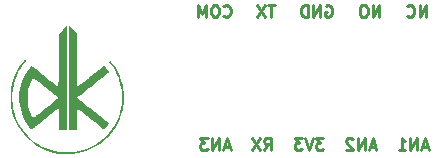
<source format=gbr>
%TF.GenerationSoftware,KiCad,Pcbnew,8.99.0-1891-ge2bd76bdce*%
%TF.CreationDate,2024-11-18T13:52:10+02:00*%
%TF.ProjectId,mini_board_relay_analog,6d696e69-5f62-46f6-9172-645f72656c61,rev?*%
%TF.SameCoordinates,Original*%
%TF.FileFunction,Legend,Bot*%
%TF.FilePolarity,Positive*%
%FSLAX46Y46*%
G04 Gerber Fmt 4.6, Leading zero omitted, Abs format (unit mm)*
G04 Created by KiCad (PCBNEW 8.99.0-1891-ge2bd76bdce) date 2024-11-18 13:52:10*
%MOMM*%
%LPD*%
G01*
G04 APERTURE LIST*
%ADD10C,0.250000*%
%ADD11C,0.000000*%
G04 APERTURE END LIST*
D10*
X121366003Y-109769380D02*
X121413622Y-109817000D01*
X121413622Y-109817000D02*
X121556479Y-109864619D01*
X121556479Y-109864619D02*
X121651717Y-109864619D01*
X121651717Y-109864619D02*
X121794574Y-109817000D01*
X121794574Y-109817000D02*
X121889812Y-109721761D01*
X121889812Y-109721761D02*
X121937431Y-109626523D01*
X121937431Y-109626523D02*
X121985050Y-109436047D01*
X121985050Y-109436047D02*
X121985050Y-109293190D01*
X121985050Y-109293190D02*
X121937431Y-109102714D01*
X121937431Y-109102714D02*
X121889812Y-109007476D01*
X121889812Y-109007476D02*
X121794574Y-108912238D01*
X121794574Y-108912238D02*
X121651717Y-108864619D01*
X121651717Y-108864619D02*
X121556479Y-108864619D01*
X121556479Y-108864619D02*
X121413622Y-108912238D01*
X121413622Y-108912238D02*
X121366003Y-108959857D01*
X120746955Y-108864619D02*
X120556479Y-108864619D01*
X120556479Y-108864619D02*
X120461241Y-108912238D01*
X120461241Y-108912238D02*
X120366003Y-109007476D01*
X120366003Y-109007476D02*
X120318384Y-109197952D01*
X120318384Y-109197952D02*
X120318384Y-109531285D01*
X120318384Y-109531285D02*
X120366003Y-109721761D01*
X120366003Y-109721761D02*
X120461241Y-109817000D01*
X120461241Y-109817000D02*
X120556479Y-109864619D01*
X120556479Y-109864619D02*
X120746955Y-109864619D01*
X120746955Y-109864619D02*
X120842193Y-109817000D01*
X120842193Y-109817000D02*
X120937431Y-109721761D01*
X120937431Y-109721761D02*
X120985050Y-109531285D01*
X120985050Y-109531285D02*
X120985050Y-109197952D01*
X120985050Y-109197952D02*
X120937431Y-109007476D01*
X120937431Y-109007476D02*
X120842193Y-108912238D01*
X120842193Y-108912238D02*
X120746955Y-108864619D01*
X119889812Y-109864619D02*
X119889812Y-108864619D01*
X119889812Y-108864619D02*
X119556479Y-109578904D01*
X119556479Y-109578904D02*
X119223146Y-108864619D01*
X119223146Y-108864619D02*
X119223146Y-109864619D01*
X125720884Y-108864619D02*
X125149456Y-108864619D01*
X125435170Y-109864619D02*
X125435170Y-108864619D01*
X124911360Y-108864619D02*
X124244694Y-109864619D01*
X124244694Y-108864619D02*
X124911360Y-109864619D01*
X134573503Y-109864619D02*
X134573503Y-108864619D01*
X134573503Y-108864619D02*
X134002075Y-109864619D01*
X134002075Y-109864619D02*
X134002075Y-108864619D01*
X133335408Y-108864619D02*
X133144932Y-108864619D01*
X133144932Y-108864619D02*
X133049694Y-108912238D01*
X133049694Y-108912238D02*
X132954456Y-109007476D01*
X132954456Y-109007476D02*
X132906837Y-109197952D01*
X132906837Y-109197952D02*
X132906837Y-109531285D01*
X132906837Y-109531285D02*
X132954456Y-109721761D01*
X132954456Y-109721761D02*
X133049694Y-109817000D01*
X133049694Y-109817000D02*
X133144932Y-109864619D01*
X133144932Y-109864619D02*
X133335408Y-109864619D01*
X133335408Y-109864619D02*
X133430646Y-109817000D01*
X133430646Y-109817000D02*
X133525884Y-109721761D01*
X133525884Y-109721761D02*
X133573503Y-109531285D01*
X133573503Y-109531285D02*
X133573503Y-109197952D01*
X133573503Y-109197952D02*
X133525884Y-109007476D01*
X133525884Y-109007476D02*
X133430646Y-108912238D01*
X133430646Y-108912238D02*
X133335408Y-108864619D01*
X129832669Y-120114619D02*
X129213622Y-120114619D01*
X129213622Y-120114619D02*
X129546955Y-120495571D01*
X129546955Y-120495571D02*
X129404098Y-120495571D01*
X129404098Y-120495571D02*
X129308860Y-120543190D01*
X129308860Y-120543190D02*
X129261241Y-120590809D01*
X129261241Y-120590809D02*
X129213622Y-120686047D01*
X129213622Y-120686047D02*
X129213622Y-120924142D01*
X129213622Y-120924142D02*
X129261241Y-121019380D01*
X129261241Y-121019380D02*
X129308860Y-121067000D01*
X129308860Y-121067000D02*
X129404098Y-121114619D01*
X129404098Y-121114619D02*
X129689812Y-121114619D01*
X129689812Y-121114619D02*
X129785050Y-121067000D01*
X129785050Y-121067000D02*
X129832669Y-121019380D01*
X128927907Y-120114619D02*
X128594574Y-121114619D01*
X128594574Y-121114619D02*
X128261241Y-120114619D01*
X128023145Y-120114619D02*
X127404098Y-120114619D01*
X127404098Y-120114619D02*
X127737431Y-120495571D01*
X127737431Y-120495571D02*
X127594574Y-120495571D01*
X127594574Y-120495571D02*
X127499336Y-120543190D01*
X127499336Y-120543190D02*
X127451717Y-120590809D01*
X127451717Y-120590809D02*
X127404098Y-120686047D01*
X127404098Y-120686047D02*
X127404098Y-120924142D01*
X127404098Y-120924142D02*
X127451717Y-121019380D01*
X127451717Y-121019380D02*
X127499336Y-121067000D01*
X127499336Y-121067000D02*
X127594574Y-121114619D01*
X127594574Y-121114619D02*
X127880288Y-121114619D01*
X127880288Y-121114619D02*
X127975526Y-121067000D01*
X127975526Y-121067000D02*
X128023145Y-121019380D01*
X121885050Y-120828904D02*
X121408860Y-120828904D01*
X121980288Y-121114619D02*
X121646955Y-120114619D01*
X121646955Y-120114619D02*
X121313622Y-121114619D01*
X120980288Y-121114619D02*
X120980288Y-120114619D01*
X120980288Y-120114619D02*
X120408860Y-121114619D01*
X120408860Y-121114619D02*
X120408860Y-120114619D01*
X120027907Y-120114619D02*
X119408860Y-120114619D01*
X119408860Y-120114619D02*
X119742193Y-120495571D01*
X119742193Y-120495571D02*
X119599336Y-120495571D01*
X119599336Y-120495571D02*
X119504098Y-120543190D01*
X119504098Y-120543190D02*
X119456479Y-120590809D01*
X119456479Y-120590809D02*
X119408860Y-120686047D01*
X119408860Y-120686047D02*
X119408860Y-120924142D01*
X119408860Y-120924142D02*
X119456479Y-121019380D01*
X119456479Y-121019380D02*
X119504098Y-121067000D01*
X119504098Y-121067000D02*
X119599336Y-121114619D01*
X119599336Y-121114619D02*
X119885050Y-121114619D01*
X119885050Y-121114619D02*
X119980288Y-121067000D01*
X119980288Y-121067000D02*
X120027907Y-121019380D01*
X138685050Y-120828904D02*
X138208860Y-120828904D01*
X138780288Y-121114619D02*
X138446955Y-120114619D01*
X138446955Y-120114619D02*
X138113622Y-121114619D01*
X137780288Y-121114619D02*
X137780288Y-120114619D01*
X137780288Y-120114619D02*
X137208860Y-121114619D01*
X137208860Y-121114619D02*
X137208860Y-120114619D01*
X136208860Y-121114619D02*
X136780288Y-121114619D01*
X136494574Y-121114619D02*
X136494574Y-120114619D01*
X136494574Y-120114619D02*
X136589812Y-120257476D01*
X136589812Y-120257476D02*
X136685050Y-120352714D01*
X136685050Y-120352714D02*
X136780288Y-120400333D01*
X138547431Y-109864619D02*
X138547431Y-108864619D01*
X138547431Y-108864619D02*
X137976003Y-109864619D01*
X137976003Y-109864619D02*
X137976003Y-108864619D01*
X136928384Y-109769380D02*
X136976003Y-109817000D01*
X136976003Y-109817000D02*
X137118860Y-109864619D01*
X137118860Y-109864619D02*
X137214098Y-109864619D01*
X137214098Y-109864619D02*
X137356955Y-109817000D01*
X137356955Y-109817000D02*
X137452193Y-109721761D01*
X137452193Y-109721761D02*
X137499812Y-109626523D01*
X137499812Y-109626523D02*
X137547431Y-109436047D01*
X137547431Y-109436047D02*
X137547431Y-109293190D01*
X137547431Y-109293190D02*
X137499812Y-109102714D01*
X137499812Y-109102714D02*
X137452193Y-109007476D01*
X137452193Y-109007476D02*
X137356955Y-108912238D01*
X137356955Y-108912238D02*
X137214098Y-108864619D01*
X137214098Y-108864619D02*
X137118860Y-108864619D01*
X137118860Y-108864619D02*
X136976003Y-108912238D01*
X136976003Y-108912238D02*
X136928384Y-108959857D01*
X124811241Y-121114619D02*
X125144574Y-120638428D01*
X125382669Y-121114619D02*
X125382669Y-120114619D01*
X125382669Y-120114619D02*
X125001717Y-120114619D01*
X125001717Y-120114619D02*
X124906479Y-120162238D01*
X124906479Y-120162238D02*
X124858860Y-120209857D01*
X124858860Y-120209857D02*
X124811241Y-120305095D01*
X124811241Y-120305095D02*
X124811241Y-120447952D01*
X124811241Y-120447952D02*
X124858860Y-120543190D01*
X124858860Y-120543190D02*
X124906479Y-120590809D01*
X124906479Y-120590809D02*
X125001717Y-120638428D01*
X125001717Y-120638428D02*
X125382669Y-120638428D01*
X124477907Y-120114619D02*
X123811241Y-121114619D01*
X123811241Y-120114619D02*
X124477907Y-121114619D01*
X130028146Y-108912238D02*
X130123384Y-108864619D01*
X130123384Y-108864619D02*
X130266241Y-108864619D01*
X130266241Y-108864619D02*
X130409098Y-108912238D01*
X130409098Y-108912238D02*
X130504336Y-109007476D01*
X130504336Y-109007476D02*
X130551955Y-109102714D01*
X130551955Y-109102714D02*
X130599574Y-109293190D01*
X130599574Y-109293190D02*
X130599574Y-109436047D01*
X130599574Y-109436047D02*
X130551955Y-109626523D01*
X130551955Y-109626523D02*
X130504336Y-109721761D01*
X130504336Y-109721761D02*
X130409098Y-109817000D01*
X130409098Y-109817000D02*
X130266241Y-109864619D01*
X130266241Y-109864619D02*
X130171003Y-109864619D01*
X130171003Y-109864619D02*
X130028146Y-109817000D01*
X130028146Y-109817000D02*
X129980527Y-109769380D01*
X129980527Y-109769380D02*
X129980527Y-109436047D01*
X129980527Y-109436047D02*
X130171003Y-109436047D01*
X129551955Y-109864619D02*
X129551955Y-108864619D01*
X129551955Y-108864619D02*
X128980527Y-109864619D01*
X128980527Y-109864619D02*
X128980527Y-108864619D01*
X128504336Y-109864619D02*
X128504336Y-108864619D01*
X128504336Y-108864619D02*
X128266241Y-108864619D01*
X128266241Y-108864619D02*
X128123384Y-108912238D01*
X128123384Y-108912238D02*
X128028146Y-109007476D01*
X128028146Y-109007476D02*
X127980527Y-109102714D01*
X127980527Y-109102714D02*
X127932908Y-109293190D01*
X127932908Y-109293190D02*
X127932908Y-109436047D01*
X127932908Y-109436047D02*
X127980527Y-109626523D01*
X127980527Y-109626523D02*
X128028146Y-109721761D01*
X128028146Y-109721761D02*
X128123384Y-109817000D01*
X128123384Y-109817000D02*
X128266241Y-109864619D01*
X128266241Y-109864619D02*
X128504336Y-109864619D01*
X134235050Y-120828904D02*
X133758860Y-120828904D01*
X134330288Y-121114619D02*
X133996955Y-120114619D01*
X133996955Y-120114619D02*
X133663622Y-121114619D01*
X133330288Y-121114619D02*
X133330288Y-120114619D01*
X133330288Y-120114619D02*
X132758860Y-121114619D01*
X132758860Y-121114619D02*
X132758860Y-120114619D01*
X132330288Y-120209857D02*
X132282669Y-120162238D01*
X132282669Y-120162238D02*
X132187431Y-120114619D01*
X132187431Y-120114619D02*
X131949336Y-120114619D01*
X131949336Y-120114619D02*
X131854098Y-120162238D01*
X131854098Y-120162238D02*
X131806479Y-120209857D01*
X131806479Y-120209857D02*
X131758860Y-120305095D01*
X131758860Y-120305095D02*
X131758860Y-120400333D01*
X131758860Y-120400333D02*
X131806479Y-120543190D01*
X131806479Y-120543190D02*
X132377907Y-121114619D01*
X132377907Y-121114619D02*
X131758860Y-121114619D01*
D11*
%TO.C,G\u002A\u002A\u002A*%
G36*
X108635783Y-110916841D02*
G01*
X108976332Y-111257087D01*
X108976332Y-113520646D01*
X108976353Y-113674405D01*
X108976487Y-113940779D01*
X108976741Y-114196792D01*
X108977106Y-114440538D01*
X108977574Y-114670114D01*
X108978140Y-114883612D01*
X108978794Y-115079129D01*
X108979530Y-115254758D01*
X108980340Y-115408595D01*
X108981216Y-115538734D01*
X108982152Y-115643270D01*
X108983139Y-115720297D01*
X108984170Y-115767911D01*
X108985237Y-115784205D01*
X108985665Y-115784077D01*
X109003149Y-115771982D01*
X109042786Y-115742056D01*
X109101176Y-115696942D01*
X109174918Y-115639283D01*
X109260612Y-115571723D01*
X109354858Y-115496904D01*
X109438716Y-115430124D01*
X109545267Y-115345299D01*
X109648509Y-115263134D01*
X109742774Y-115188142D01*
X109822393Y-115124832D01*
X109881695Y-115077714D01*
X109887141Y-115073390D01*
X109951930Y-115021901D01*
X110008394Y-114976945D01*
X110050629Y-114943227D01*
X110072735Y-114925451D01*
X110080432Y-114919201D01*
X110116214Y-114890452D01*
X110175370Y-114843170D01*
X110258345Y-114777003D01*
X110365579Y-114691599D01*
X110497515Y-114586605D01*
X110654597Y-114461668D01*
X110837265Y-114316436D01*
X111273086Y-113969989D01*
X111312878Y-114017417D01*
X111330711Y-114038762D01*
X111417133Y-114144873D01*
X111494707Y-114244479D01*
X111561278Y-114334483D01*
X111614689Y-114411790D01*
X111652783Y-114473302D01*
X111673404Y-114515923D01*
X111674395Y-114536556D01*
X111673104Y-114537667D01*
X111651895Y-114554900D01*
X111608747Y-114589485D01*
X111547092Y-114638683D01*
X111470364Y-114699758D01*
X111381997Y-114769974D01*
X111285423Y-114846593D01*
X111214894Y-114902522D01*
X111088216Y-115003027D01*
X110954792Y-115108938D01*
X110822820Y-115213744D01*
X110700496Y-115310936D01*
X110596019Y-115394008D01*
X110578995Y-115407550D01*
X110489542Y-115478710D01*
X110380155Y-115565727D01*
X110255779Y-115664669D01*
X110121358Y-115771600D01*
X109981836Y-115882589D01*
X109842158Y-115993703D01*
X109707268Y-116101007D01*
X109632200Y-116160715D01*
X109512868Y-116255599D01*
X109401120Y-116344415D01*
X109300025Y-116424726D01*
X109212651Y-116494094D01*
X109142068Y-116550084D01*
X109091343Y-116590259D01*
X109063546Y-116612181D01*
X109035964Y-116634815D01*
X109004994Y-116663806D01*
X108992945Y-116680525D01*
X108994899Y-116683971D01*
X109016183Y-116705360D01*
X109057191Y-116741622D01*
X109113286Y-116788735D01*
X109179831Y-116842677D01*
X109201639Y-116860070D01*
X109319605Y-116954111D01*
X109455802Y-117062622D01*
X109606827Y-117182898D01*
X109769281Y-117312232D01*
X109939761Y-117447921D01*
X110114867Y-117587257D01*
X110291198Y-117727536D01*
X110465351Y-117866051D01*
X110633926Y-118000098D01*
X110793521Y-118126970D01*
X110940736Y-118243962D01*
X111072169Y-118348368D01*
X111184418Y-118437483D01*
X111274083Y-118508600D01*
X111325038Y-118549081D01*
X111421364Y-118626149D01*
X111507230Y-118695562D01*
X111579505Y-118754746D01*
X111635057Y-118801125D01*
X111670751Y-118832124D01*
X111683457Y-118845167D01*
X111677449Y-118861008D01*
X111653783Y-118900459D01*
X111615267Y-118957463D01*
X111565220Y-119027400D01*
X111506964Y-119105649D01*
X111443818Y-119187592D01*
X111379105Y-119268607D01*
X111354936Y-119297981D01*
X111315308Y-119344775D01*
X111286447Y-119377028D01*
X111273355Y-119389045D01*
X111264382Y-119383017D01*
X111232057Y-119358629D01*
X111179173Y-119317728D01*
X111108773Y-119262693D01*
X111023900Y-119195907D01*
X110927597Y-119119751D01*
X110822908Y-119036605D01*
X110711745Y-118948137D01*
X110461860Y-118749273D01*
X110236488Y-118569926D01*
X110034582Y-118409262D01*
X109855096Y-118266450D01*
X109696984Y-118140658D01*
X109559199Y-118031053D01*
X109440696Y-117936804D01*
X109340429Y-117857078D01*
X109257351Y-117791044D01*
X109190415Y-117737869D01*
X109138577Y-117696721D01*
X109100789Y-117666769D01*
X109076005Y-117647179D01*
X108984639Y-117575155D01*
X108976049Y-119389045D01*
X108295234Y-119389045D01*
X108295234Y-110576596D01*
X108635783Y-110916841D01*
G37*
G36*
X104641575Y-113502557D02*
G01*
X104694803Y-113554917D01*
X104578799Y-113693596D01*
X104433132Y-113876211D01*
X104212163Y-114193094D01*
X104020891Y-114523230D01*
X103858752Y-114867877D01*
X103725180Y-115228290D01*
X103619610Y-115605728D01*
X103541477Y-116001446D01*
X103539026Y-116016945D01*
X103527373Y-116096037D01*
X103518513Y-116169651D01*
X103512085Y-116244234D01*
X103507730Y-116326237D01*
X103505087Y-116422110D01*
X103503796Y-116538302D01*
X103503497Y-116681262D01*
X103504177Y-116820242D01*
X103507393Y-116980853D01*
X103514022Y-117121511D01*
X103524913Y-117249748D01*
X103540910Y-117373096D01*
X103562862Y-117499088D01*
X103591614Y-117635256D01*
X103628013Y-117789130D01*
X103716766Y-118106876D01*
X103844560Y-118461405D01*
X103999378Y-118799331D01*
X104182793Y-119124030D01*
X104396378Y-119438882D01*
X104532960Y-119615601D01*
X104792570Y-119910155D01*
X105072791Y-120179021D01*
X105372666Y-120421633D01*
X105691239Y-120637425D01*
X106027552Y-120825830D01*
X106380649Y-120986282D01*
X106749573Y-121118215D01*
X107133367Y-121221062D01*
X107531074Y-121294257D01*
X107567698Y-121299064D01*
X107695390Y-121310938D01*
X107845268Y-121319225D01*
X108009442Y-121323929D01*
X108180025Y-121325053D01*
X108349129Y-121322598D01*
X108508865Y-121316569D01*
X108651345Y-121306968D01*
X108768680Y-121293798D01*
X109072764Y-121240136D01*
X109460469Y-121143461D01*
X109832868Y-121017470D01*
X110189567Y-120862356D01*
X110530177Y-120678317D01*
X110854304Y-120465548D01*
X111161557Y-120224243D01*
X111451545Y-119954600D01*
X111709302Y-119672727D01*
X111947652Y-119364648D01*
X112157740Y-119040052D01*
X112338982Y-118700300D01*
X112490796Y-118346754D01*
X112612599Y-117980776D01*
X112703809Y-117603726D01*
X112763842Y-117216968D01*
X112792116Y-116821862D01*
X112792226Y-116494129D01*
X112768768Y-116155588D01*
X112719680Y-115824853D01*
X112643770Y-115494043D01*
X112539844Y-115155278D01*
X112495260Y-115031755D01*
X112378100Y-114751599D01*
X112241277Y-114475343D01*
X112088848Y-114210272D01*
X111924871Y-113963674D01*
X111753402Y-113742836D01*
X111677742Y-113653396D01*
X111732081Y-113604844D01*
X111733570Y-113603512D01*
X111757639Y-113582638D01*
X111777373Y-113571312D01*
X111796899Y-113572309D01*
X111820346Y-113588405D01*
X111851842Y-113622374D01*
X111895515Y-113676991D01*
X111955493Y-113755032D01*
X112029376Y-113853868D01*
X112247679Y-114179989D01*
X112436489Y-114519146D01*
X112596376Y-114872702D01*
X112727912Y-115242019D01*
X112831664Y-115628460D01*
X112908204Y-116033388D01*
X112910159Y-116046785D01*
X112921846Y-116155828D01*
X112930542Y-116289739D01*
X112936247Y-116441345D01*
X112938965Y-116603472D01*
X112938697Y-116768946D01*
X112935446Y-116930593D01*
X112929214Y-117081238D01*
X112920003Y-117213709D01*
X112907815Y-117320831D01*
X112838868Y-117695569D01*
X112735683Y-118089546D01*
X112603558Y-118467594D01*
X112442742Y-118829261D01*
X112253488Y-119174094D01*
X112036045Y-119501638D01*
X111790665Y-119811442D01*
X111517598Y-120103052D01*
X111217096Y-120376015D01*
X111073341Y-120491501D01*
X110762381Y-120710695D01*
X110431930Y-120905543D01*
X110085518Y-121074572D01*
X109726675Y-121216310D01*
X109358931Y-121329285D01*
X108985818Y-121412023D01*
X108610865Y-121463053D01*
X108551018Y-121467794D01*
X108420721Y-121474473D01*
X108274105Y-121478347D01*
X108121054Y-121479390D01*
X107971450Y-121477577D01*
X107835176Y-121472885D01*
X107722114Y-121465287D01*
X107437080Y-121430696D01*
X107047035Y-121355755D01*
X106668191Y-121250738D01*
X106302009Y-121116652D01*
X105949951Y-120954507D01*
X105613477Y-120765313D01*
X105294048Y-120550077D01*
X104993124Y-120309808D01*
X104712167Y-120045516D01*
X104452636Y-119758210D01*
X104215994Y-119448898D01*
X104003700Y-119118589D01*
X103817215Y-118768292D01*
X103738759Y-118597063D01*
X103596245Y-118229853D01*
X103485928Y-117856006D01*
X103407504Y-117474183D01*
X103360672Y-117083048D01*
X103345128Y-116681262D01*
X103358430Y-116314756D01*
X103403716Y-115918536D01*
X103480823Y-115531215D01*
X103589446Y-115153688D01*
X103729285Y-114786848D01*
X103900036Y-114431593D01*
X104101396Y-114088816D01*
X104333063Y-113759412D01*
X104377846Y-113701597D01*
X104433867Y-113630945D01*
X104484238Y-113569103D01*
X104521811Y-113524951D01*
X104588348Y-113450196D01*
X104641575Y-113502557D01*
G37*
G36*
X108112500Y-119389045D02*
G01*
X107414789Y-119389045D01*
X107414789Y-118483682D01*
X107414740Y-118384418D01*
X107414434Y-118220092D01*
X107413871Y-118067901D01*
X107413078Y-117930859D01*
X107412083Y-117811979D01*
X107410913Y-117714272D01*
X107409594Y-117640751D01*
X107408154Y-117594429D01*
X107406621Y-117578319D01*
X107398466Y-117583809D01*
X107366753Y-117607770D01*
X107313689Y-117648842D01*
X107241930Y-117704943D01*
X107154130Y-117773986D01*
X107052946Y-117853889D01*
X106941031Y-117942568D01*
X106821042Y-118037937D01*
X106781738Y-118069222D01*
X106646317Y-118177007D01*
X106508754Y-118286486D01*
X106373737Y-118393929D01*
X106245955Y-118495603D01*
X106130099Y-118587778D01*
X106030857Y-118666722D01*
X105952919Y-118728703D01*
X105916607Y-118757591D01*
X105832268Y-118824808D01*
X105756578Y-118885299D01*
X105693879Y-118935581D01*
X105648517Y-118972175D01*
X105624837Y-118991598D01*
X105612096Y-119002367D01*
X105538329Y-119063005D01*
X105458847Y-119125950D01*
X105378157Y-119187889D01*
X105300768Y-119245510D01*
X105231189Y-119295502D01*
X105173928Y-119334552D01*
X105133495Y-119359347D01*
X105114397Y-119366576D01*
X105094183Y-119350865D01*
X105057292Y-119311421D01*
X105008548Y-119253253D01*
X104951500Y-119180974D01*
X104889700Y-119099197D01*
X104826699Y-119012534D01*
X104766049Y-118925597D01*
X104711301Y-118843000D01*
X104607353Y-118671527D01*
X104444587Y-118354509D01*
X104311872Y-118026605D01*
X104209241Y-117689995D01*
X104136729Y-117346860D01*
X104094370Y-116999381D01*
X104083008Y-116673002D01*
X104788077Y-116673002D01*
X104795580Y-116935703D01*
X104819568Y-117178532D01*
X104861810Y-117411274D01*
X104924078Y-117643717D01*
X105008141Y-117885644D01*
X105015932Y-117905486D01*
X105044664Y-117973626D01*
X105080161Y-118052767D01*
X105119090Y-118135997D01*
X105158118Y-118216402D01*
X105193911Y-118287072D01*
X105223136Y-118341092D01*
X105242458Y-118371550D01*
X105251479Y-118381128D01*
X105269701Y-118391656D01*
X105272533Y-118390375D01*
X105296287Y-118374030D01*
X105339229Y-118341849D01*
X105396405Y-118297592D01*
X105462860Y-118245022D01*
X105486698Y-118225990D01*
X105544380Y-118179977D01*
X105622183Y-118117944D01*
X105716813Y-118042513D01*
X105824977Y-117956308D01*
X105943383Y-117861953D01*
X106068737Y-117762071D01*
X106197747Y-117659286D01*
X106327119Y-117556221D01*
X106453561Y-117455499D01*
X106573779Y-117359744D01*
X106684481Y-117271579D01*
X106782373Y-117193629D01*
X106864162Y-117128515D01*
X106926556Y-117078863D01*
X106966261Y-117047295D01*
X106986644Y-117031100D01*
X107118019Y-116926259D01*
X107223844Y-116840895D01*
X107304861Y-116774392D01*
X107361812Y-116726135D01*
X107395439Y-116695509D01*
X107406483Y-116681896D01*
X107399052Y-116673586D01*
X107369363Y-116647313D01*
X107316711Y-116603093D01*
X107240777Y-116540669D01*
X107141243Y-116459787D01*
X107017790Y-116360189D01*
X106870103Y-116241622D01*
X106697862Y-116103829D01*
X106500749Y-115946554D01*
X106278447Y-115769542D01*
X106030639Y-115572538D01*
X105757005Y-115355285D01*
X105746061Y-115346606D01*
X105636507Y-115260386D01*
X105535113Y-115181732D01*
X105444833Y-115112855D01*
X105368622Y-115055963D01*
X105309436Y-115013265D01*
X105270230Y-114986970D01*
X105253960Y-114979286D01*
X105246087Y-114987123D01*
X105222738Y-115022964D01*
X105190960Y-115081393D01*
X105153296Y-115156931D01*
X105112292Y-115244102D01*
X105070492Y-115337428D01*
X105030441Y-115431432D01*
X104994685Y-115520636D01*
X104965768Y-115599564D01*
X104899108Y-115811220D01*
X104847961Y-116018294D01*
X104813659Y-116222746D01*
X104794324Y-116435874D01*
X104788080Y-116668978D01*
X104788077Y-116673002D01*
X104083008Y-116673002D01*
X104082198Y-116649739D01*
X104100248Y-116300114D01*
X104148554Y-115952688D01*
X104227150Y-115609640D01*
X104336071Y-115273152D01*
X104475350Y-114945404D01*
X104645022Y-114628577D01*
X104645936Y-114627044D01*
X104701886Y-114536716D01*
X104764362Y-114441793D01*
X104830297Y-114346340D01*
X104896624Y-114254421D01*
X104960276Y-114170101D01*
X105018186Y-114097443D01*
X105067289Y-114040513D01*
X105104516Y-114003374D01*
X105126801Y-113990092D01*
X105136372Y-113996326D01*
X105170290Y-114021633D01*
X105226775Y-114065008D01*
X105303925Y-114124956D01*
X105399837Y-114199981D01*
X105512608Y-114288587D01*
X105640337Y-114389280D01*
X105781119Y-114500562D01*
X105933052Y-114620940D01*
X106094234Y-114748916D01*
X106262761Y-114882995D01*
X106394743Y-114988057D01*
X106557774Y-115117702D01*
X106711981Y-115240184D01*
X106855462Y-115353997D01*
X106986308Y-115457635D01*
X107102616Y-115549592D01*
X107202479Y-115628361D01*
X107283992Y-115692437D01*
X107345249Y-115740312D01*
X107384344Y-115770481D01*
X107399373Y-115781437D01*
X107400668Y-115776235D01*
X107402770Y-115741650D01*
X107404729Y-115675610D01*
X107406537Y-115579228D01*
X107408188Y-115453620D01*
X107409673Y-115299900D01*
X107410984Y-115119182D01*
X107412115Y-114912581D01*
X107413057Y-114681211D01*
X107413804Y-114426188D01*
X107414346Y-114148625D01*
X107414677Y-113849638D01*
X107414789Y-113530340D01*
X107414789Y-111273706D01*
X107763645Y-110925147D01*
X108112500Y-110576588D01*
X108112500Y-116681896D01*
X108112500Y-119389045D01*
G37*
%TD*%
M02*

</source>
